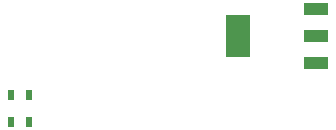
<source format=gtp>
G04 #@! TF.FileFunction,Paste,Top*
%FSLAX46Y46*%
G04 Gerber Fmt 4.6, Leading zero omitted, Abs format (unit mm)*
G04 Created by KiCad (PCBNEW 4.0.3-stable) date 01/10/17 16:40:44*
%MOMM*%
%LPD*%
G01*
G04 APERTURE LIST*
%ADD10C,0.100000*%
%ADD11R,0.500000X0.900000*%
%ADD12R,2.032000X3.657600*%
%ADD13R,2.032000X1.016000*%
G04 APERTURE END LIST*
D10*
D11*
X65750000Y-52250000D03*
X64250000Y-52250000D03*
X64250000Y-54500000D03*
X65750000Y-54500000D03*
D12*
X83448000Y-47250000D03*
D13*
X90052000Y-47250000D03*
X90052000Y-44964000D03*
X90052000Y-49536000D03*
M02*

</source>
